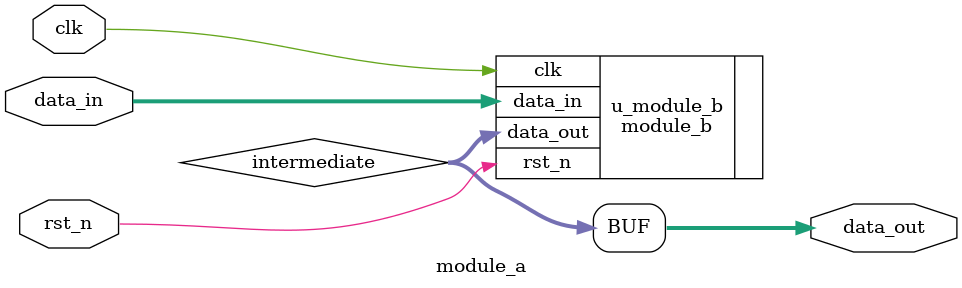
<source format=sv>

module module_a (
  input logic clk,
  input logic rst_n,
  input logic [7:0] data_in,
  output logic [7:0] data_out
);
  
  logic [7:0] intermediate;
  
  // Instantiate module_b
  module_b u_module_b (
    .clk(clk),
    .rst_n(rst_n),
    .data_in(data_in),
    .data_out(intermediate)
  );
  
  // Simple passthrough
  assign data_out = intermediate;
  
endmodule


</source>
